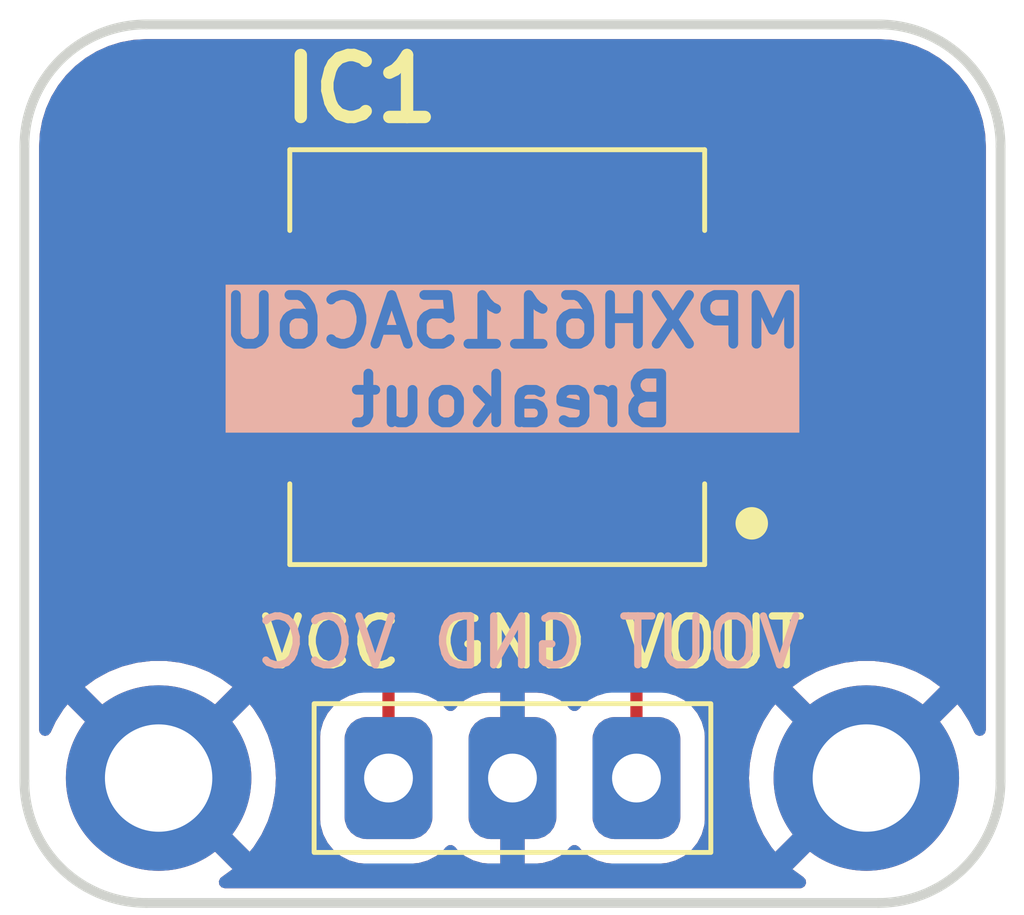
<source format=kicad_pcb>
(kicad_pcb (version 20221018) (generator pcbnew)
  (layers (0 "F.Cu" signal) (31 "B.Cu" signal) (34 "B.Paste" user) (35 "F.Paste" user) (36 "B.SilkS" user "B.Silkscreen") (37 "F.SilkS" user "F.Silkscreen") (38 "B.Mask" user) (39 "F.Mask" user) (44 "Edge.Cuts" user))
  (net 0 "")
  (net 2 "Net-(IC1-VS)")
  (net 3 "GND")
  (net 4 "VCC")
  (footprint "MountingHole:MountingHole_2.2mm_M2_DIN965_Pad" (layer "F.Cu") (at 103 75.94136)
    (fp_text reference "H1" hide)
    (fp_text value "MountingHole_Pad" hide)
    (pad "1" thru_hole circle (at 0 0) (size 3.8 3.8) (drill 2.2) (layers "*.Cu" "*.Mask") (net 3 "GND"))
  )
  (footprint "MasterThesis_library:1x3_MaleHeader" (layer "F.Cu") (at 110.25 75.94136)
    (fp_text reference "J1" hide)
    (fp_text value "1x3_MaleHeader" hide)
    (fp_rect (start -4.064 -1.524) (end 4.064 1.524) (stroke (width 0.1)) (fill none) (layer "F.SilkS"))
    (pad "1" thru_hole roundrect (at -2.54 0) (size 1.8 2.5) (drill 1) (layers "*.Cu" "*.Mask") (net 4 "VCC"))
    (pad "2" thru_hole roundrect (at 0 0) (size 1.8 2.5) (drill 1) (layers "*.Cu" "*.Mask") (net 3 "GND"))
    (pad "3" thru_hole roundrect (at 2.54 0) (size 1.8 2.5) (drill 1) (layers "*.Cu" "*.Mask") (net 2 "Net-(IC1-VS)"))
  )
  (footprint "MasterThesis_library:MPXH6115AC6U" (layer "F.Cu") (at 114.8525 69.22236)
    (fp_text reference "IC1" (at -7.7 -7.4) (layer "F.SilkS") (effects (font (size 1.27 1.27) (thickness 0.254))))
    (fp_text value "MPXH6115AC6U" hide)
    (fp_line (start -9.165 -6.155) (end -9.165 -4.5) (stroke (width 0.1)) (layer "F.SilkS"))
    (fp_line (start -9.165 -6.155) (end -0.665 -6.155) (stroke (width 0.1)) (layer "F.SilkS"))
    (fp_line (start -9.165 2.345) (end -9.165 0.69) (stroke (width 0.1)) (layer "F.SilkS"))
    (fp_line (start -0.665 -6.155) (end -0.665 -4.5) (stroke (width 0.1)) (layer "F.SilkS"))
    (fp_line (start -0.665 2.345) (end -9.165 2.345) (stroke (width 0.1)) (layer "F.SilkS"))
    (fp_line (start -0.665 2.345) (end -0.665 0.69) (stroke (width 0.1)) (layer "F.SilkS"))
    (fp_circle (center 0.3 1.5) (end 0.582843 1.5) (stroke (width 0.1)) (fill solid) (layer "F.SilkS"))
    (pad "1" smd rect (at 0 0 90) (size 0.7 2) (layers "F.Cu" "F.Paste" "F.Mask"))
    (pad "2" smd rect (at 0 -1.27 90) (size 0.7 2) (layers "F.Cu" "F.Paste" "F.Mask") (net 2 "Net-(IC1-VS)"))
    (pad "3" smd rect (at 0 -2.54 90) (size 0.7 2) (layers "F.Cu" "F.Paste" "F.Mask") (net 3 "GND"))
    (pad "4" smd rect (at 0 -3.81 90) (size 0.7 2) (layers "F.Cu" "F.Paste" "F.Mask") (net 4 "VCC"))
    (pad "5" smd rect (at -9.83 -3.81 90) (size 0.7 2) (layers "F.Cu" "F.Paste" "F.Mask"))
    (pad "6" smd rect (at -9.83 -2.54 90) (size 0.7 2) (layers "F.Cu" "F.Paste" "F.Mask"))
    (pad "7" smd rect (at -9.83 -1.27 90) (size 0.7 2) (layers "F.Cu" "F.Paste" "F.Mask"))
    (pad "8" smd rect (at -9.83 0 90) (size 0.7 2) (layers "F.Cu" "F.Paste" "F.Mask"))
  )
  (footprint "MountingHole:MountingHole_2.2mm_M2_DIN965_Pad" (layer "F.Cu") (at 117.5 75.94136)
    (fp_text reference "H2" hide)
    (fp_text value "MountingHole_Pad" hide)
    (pad "1" thru_hole circle (at 0 0) (size 3.8 3.8) (drill 2.2) (layers "*.Cu" "*.Mask") (net 3 "GND"))
  )
  (gr_line locked (start 102.75 78.5) (end 117.75 78.5) (stroke (width 0.2)) (layer "Edge.Cuts"))
  (gr_line locked (start 117.75 60.5) (end 102.75 60.5) (stroke (width 0.2)) (layer "Edge.Cuts"))
  (gr_arc locked (start 120.25 76) (mid 119.517767 77.767767) (end 117.75 78.5) (stroke (width 0.2)) (layer "Edge.Cuts"))
  (gr_line locked (start 120.25 76) (end 120.25 63) (stroke (width 0.2)) (layer "Edge.Cuts"))
  (gr_arc locked (start 117.75 60.5) (mid 119.517767 61.232233) (end 120.25 63) (stroke (width 0.2)) (layer "Edge.Cuts"))
  (gr_arc locked (start 100.25 63) (mid 100.982233 61.232233) (end 102.75 60.5) (stroke (width 0.2)) (layer "Edge.Cuts"))
  (gr_line locked (start 100.25 63) (end 100.25 76) (stroke (width 0.2)) (layer "Edge.Cuts"))
  (gr_arc locked (start 102.75 78.5) (mid 100.982233 77.767767) (end 100.25 76) (stroke (width 0.2)) (layer "Edge.Cuts"))
  (gr_text "VOUT GND VCC" (at 116.25 73.75) (layer "B.SilkS") (effects (font (size 1 1)) (justify left bottom mirror)))
  (gr_text "MPXH6115AC6U\nBreakout" (at 110.25 68.78636) (layer "B.SilkS" knockout) (effects (font (size 1 1) (thickness 0.2) bold) (justify bottom mirror)))
  (gr_text "VCC GND VOUT" (at 105 73.75) (layer "F.SilkS") (effects (font (size 1 1)) (justify left bottom)))
  (segment (start 112.79 75.94136) (end 112.79 68.71) (width 0.25) (layer "F.Cu") (net 2))
  (segment (start 113.54764 67.95236) (end 114.8525 67.95236) (width 0.25) (layer "F.Cu") (net 2))
  (segment (start 112.79 68.71) (end 113.54764 67.95236) (width 0.25) (layer "F.Cu") (net 2))
  (segment (start 111.33764 65.41236) (end 107.71 69.04) (width 0.25) (layer "F.Cu") (net 4))
  (segment (start 107.71 69.04) (end 107.71 75.94136) (width 0.25) (layer "F.Cu") (net 4))
  (segment (start 114.8525 65.41236) (end 111.33764 65.41236) (width 0.25) (layer "F.Cu") (net 4))
  (zone locked (net 3) (net_name "GND") (layers "F&B.Cu") (connect_pads (clearance 0.5)) (min_thickness 0.25) (fill yes (thermal_gap 0.5) (thermal_bridge_width 0.5))
    (polygon (pts (xy 99.75 78.75) (xy 120.75 78.75) (xy 120.75 60) (xy 99.75 60)))
  )
)
</source>
